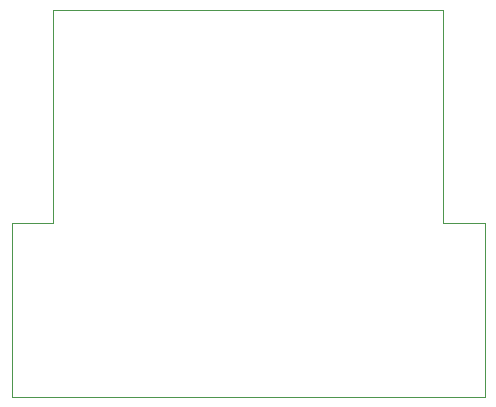
<source format=gbr>
%TF.GenerationSoftware,KiCad,Pcbnew,8.0.1*%
%TF.CreationDate,2024-03-24T23:40:04+02:00*%
%TF.ProjectId,circuit schematic,63697263-7569-4742-9073-6368656d6174,rev?*%
%TF.SameCoordinates,Original*%
%TF.FileFunction,Profile,NP*%
%FSLAX46Y46*%
G04 Gerber Fmt 4.6, Leading zero omitted, Abs format (unit mm)*
G04 Created by KiCad (PCBNEW 8.0.1) date 2024-03-24 23:40:04*
%MOMM*%
%LPD*%
G01*
G04 APERTURE LIST*
%TA.AperFunction,Profile*%
%ADD10C,0.050000*%
%TD*%
G04 APERTURE END LIST*
D10*
X104750000Y-76750000D02*
X104750000Y-76750000D01*
X144750000Y-76750000D02*
X104750000Y-76750000D01*
X144750000Y-62000000D02*
X144750000Y-76750000D01*
X144750000Y-62000000D02*
X141250000Y-62000000D01*
X104750000Y-76750000D02*
X104750000Y-62000000D01*
X108250000Y-62000000D02*
X104750000Y-62000000D01*
X108250000Y-44000000D02*
X141250000Y-44000000D01*
X108250000Y-62000000D02*
X108250000Y-44000000D01*
X141250000Y-62000000D02*
X141250000Y-44000000D01*
M02*

</source>
